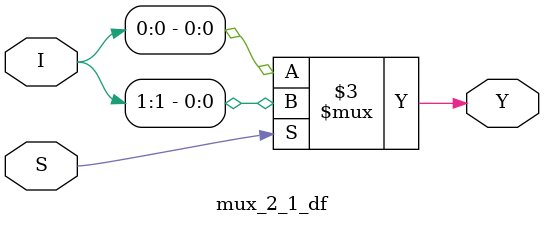
<source format=v>
module mux_2_1_df(Y,I,S);

input [1:0]I;
input S;
output reg Y;

always @(*) 
    if(S)
        Y = I[1];
    else 
        Y = I[0];    

endmodule    

</source>
